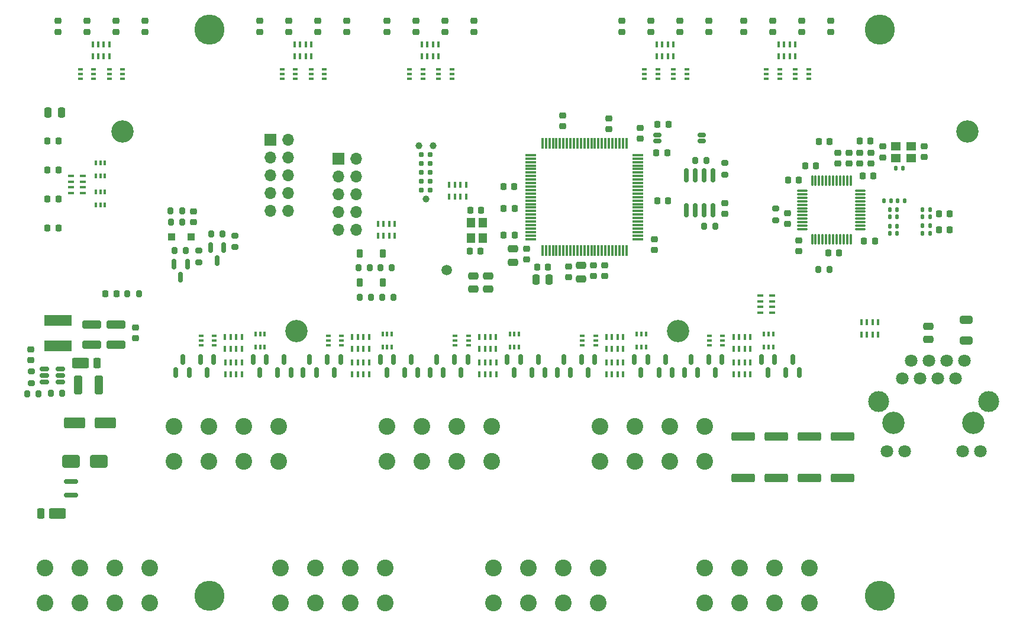
<source format=gbr>
%TF.GenerationSoftware,KiCad,Pcbnew,7.0.8*%
%TF.CreationDate,2023-12-19T12:05:06+02:00*%
%TF.ProjectId,serial_io_expander,73657269-616c-45f6-996f-5f657870616e,rev?*%
%TF.SameCoordinates,Original*%
%TF.FileFunction,Soldermask,Top*%
%TF.FilePolarity,Negative*%
%FSLAX46Y46*%
G04 Gerber Fmt 4.6, Leading zero omitted, Abs format (unit mm)*
G04 Created by KiCad (PCBNEW 7.0.8) date 2023-12-19 12:05:06*
%MOMM*%
%LPD*%
G01*
G04 APERTURE LIST*
G04 Aperture macros list*
%AMRoundRect*
0 Rectangle with rounded corners*
0 $1 Rounding radius*
0 $2 $3 $4 $5 $6 $7 $8 $9 X,Y pos of 4 corners*
0 Add a 4 corners polygon primitive as box body*
4,1,4,$2,$3,$4,$5,$6,$7,$8,$9,$2,$3,0*
0 Add four circle primitives for the rounded corners*
1,1,$1+$1,$2,$3*
1,1,$1+$1,$4,$5*
1,1,$1+$1,$6,$7*
1,1,$1+$1,$8,$9*
0 Add four rect primitives between the rounded corners*
20,1,$1+$1,$2,$3,$4,$5,0*
20,1,$1+$1,$4,$5,$6,$7,0*
20,1,$1+$1,$6,$7,$8,$9,0*
20,1,$1+$1,$8,$9,$2,$3,0*%
G04 Aperture macros list end*
%ADD10C,3.200000*%
%ADD11RoundRect,0.200000X-0.275000X0.200000X-0.275000X-0.200000X0.275000X-0.200000X0.275000X0.200000X0*%
%ADD12R,1.400000X1.200000*%
%ADD13C,2.400000*%
%ADD14RoundRect,0.218750X0.256250X-0.218750X0.256250X0.218750X-0.256250X0.218750X-0.256250X-0.218750X0*%
%ADD15RoundRect,0.135000X-0.135000X-0.185000X0.135000X-0.185000X0.135000X0.185000X-0.135000X0.185000X0*%
%ADD16RoundRect,0.225000X0.225000X0.250000X-0.225000X0.250000X-0.225000X-0.250000X0.225000X-0.250000X0*%
%ADD17RoundRect,0.150000X0.150000X-0.587500X0.150000X0.587500X-0.150000X0.587500X-0.150000X-0.587500X0*%
%ADD18R,0.400000X0.900000*%
%ADD19R,0.400000X0.650000*%
%ADD20R,0.650000X0.400000*%
%ADD21RoundRect,0.150000X-0.150000X0.825000X-0.150000X-0.825000X0.150000X-0.825000X0.150000X0.825000X0*%
%ADD22RoundRect,0.225000X0.250000X-0.225000X0.250000X0.225000X-0.250000X0.225000X-0.250000X-0.225000X0*%
%ADD23RoundRect,0.225000X-0.225000X-0.250000X0.225000X-0.250000X0.225000X0.250000X-0.225000X0.250000X0*%
%ADD24RoundRect,0.150000X0.850000X0.150000X-0.850000X0.150000X-0.850000X-0.150000X0.850000X-0.150000X0*%
%ADD25RoundRect,0.218750X0.218750X0.256250X-0.218750X0.256250X-0.218750X-0.256250X0.218750X-0.256250X0*%
%ADD26RoundRect,0.200000X-0.200000X-0.275000X0.200000X-0.275000X0.200000X0.275000X-0.200000X0.275000X0*%
%ADD27RoundRect,0.250000X0.650000X-0.325000X0.650000X0.325000X-0.650000X0.325000X-0.650000X-0.325000X0*%
%ADD28C,1.800000*%
%ADD29C,3.000000*%
%ADD30RoundRect,0.135000X0.135000X0.185000X-0.135000X0.185000X-0.135000X-0.185000X0.135000X-0.185000X0*%
%ADD31RoundRect,0.225000X-0.225000X-0.375000X0.225000X-0.375000X0.225000X0.375000X-0.225000X0.375000X0*%
%ADD32RoundRect,0.200000X0.200000X0.275000X-0.200000X0.275000X-0.200000X-0.275000X0.200000X-0.275000X0*%
%ADD33RoundRect,0.250000X-0.475000X0.250000X-0.475000X-0.250000X0.475000X-0.250000X0.475000X0.250000X0*%
%ADD34RoundRect,0.225000X-0.250000X0.225000X-0.250000X-0.225000X0.250000X-0.225000X0.250000X0.225000X0*%
%ADD35R,1.700000X1.700000*%
%ADD36O,1.700000X1.700000*%
%ADD37RoundRect,0.150000X-0.150000X0.587500X-0.150000X-0.587500X0.150000X-0.587500X0.150000X0.587500X0*%
%ADD38RoundRect,0.250000X-0.950000X-0.500000X0.950000X-0.500000X0.950000X0.500000X-0.950000X0.500000X0*%
%ADD39RoundRect,0.250000X-0.275000X-0.500000X0.275000X-0.500000X0.275000X0.500000X-0.275000X0.500000X0*%
%ADD40RoundRect,0.250000X0.950000X0.500000X-0.950000X0.500000X-0.950000X-0.500000X0.950000X-0.500000X0*%
%ADD41RoundRect,0.250000X0.275000X0.500000X-0.275000X0.500000X-0.275000X-0.500000X0.275000X-0.500000X0*%
%ADD42RoundRect,0.200000X0.275000X-0.200000X0.275000X0.200000X-0.275000X0.200000X-0.275000X-0.200000X0*%
%ADD43RoundRect,0.250000X-1.100000X0.325000X-1.100000X-0.325000X1.100000X-0.325000X1.100000X0.325000X0*%
%ADD44C,4.300000*%
%ADD45RoundRect,0.250000X1.425000X-0.362500X1.425000X0.362500X-1.425000X0.362500X-1.425000X-0.362500X0*%
%ADD46RoundRect,0.250000X-0.300000X-0.300000X0.300000X-0.300000X0.300000X0.300000X-0.300000X0.300000X0*%
%ADD47RoundRect,0.250000X0.475000X-0.250000X0.475000X0.250000X-0.475000X0.250000X-0.475000X-0.250000X0*%
%ADD48RoundRect,0.250000X-1.000000X-0.650000X1.000000X-0.650000X1.000000X0.650000X-1.000000X0.650000X0*%
%ADD49RoundRect,0.250000X-1.250000X-0.550000X1.250000X-0.550000X1.250000X0.550000X-1.250000X0.550000X0*%
%ADD50R,1.200000X1.400000*%
%ADD51C,1.500000*%
%ADD52RoundRect,0.250000X-0.325000X-1.100000X0.325000X-1.100000X0.325000X1.100000X-0.325000X1.100000X0*%
%ADD53RoundRect,0.218750X-0.218750X-0.256250X0.218750X-0.256250X0.218750X0.256250X-0.218750X0.256250X0*%
%ADD54RoundRect,0.075000X0.075000X-0.725000X0.075000X0.725000X-0.075000X0.725000X-0.075000X-0.725000X0*%
%ADD55RoundRect,0.075000X0.725000X-0.075000X0.725000X0.075000X-0.725000X0.075000X-0.725000X-0.075000X0*%
%ADD56RoundRect,0.250000X-0.250000X-0.475000X0.250000X-0.475000X0.250000X0.475000X-0.250000X0.475000X0*%
%ADD57R,4.000000X1.500000*%
%ADD58C,0.990600*%
%ADD59C,0.787400*%
%ADD60RoundRect,0.150000X-0.450000X-0.150000X0.450000X-0.150000X0.450000X0.150000X-0.450000X0.150000X0*%
%ADD61R,0.900000X0.400000*%
%ADD62RoundRect,0.075000X0.662500X0.075000X-0.662500X0.075000X-0.662500X-0.075000X0.662500X-0.075000X0*%
%ADD63RoundRect,0.075000X0.075000X0.662500X-0.075000X0.662500X-0.075000X-0.662500X0.075000X-0.662500X0*%
%ADD64RoundRect,0.150000X-0.512500X-0.150000X0.512500X-0.150000X0.512500X0.150000X-0.512500X0.150000X0*%
G04 APERTURE END LIST*
D10*
%TO.C,H7*%
X99875000Y-97050000D03*
%TD*%
%TO.C,H6*%
X195875000Y-68500000D03*
%TD*%
%TO.C,H5*%
X75000000Y-68500000D03*
%TD*%
%TO.C,H8*%
X154500000Y-97050000D03*
%TD*%
D11*
%TO.C,R5*%
X161190000Y-72975000D03*
X161190000Y-74625000D03*
%TD*%
D12*
%TO.C,Y3*%
X187876250Y-70558750D03*
X185676250Y-70558750D03*
X185676250Y-72258750D03*
X187876250Y-72258750D03*
%TD*%
D13*
%TO.C,J12*%
X143330000Y-110600000D03*
X143330000Y-115600000D03*
X148330000Y-110600000D03*
X148330000Y-115600000D03*
X153330000Y-110600000D03*
X153330000Y-115600000D03*
X158330000Y-110600000D03*
X158330000Y-115600000D03*
%TD*%
D14*
%TO.C,D33*%
X102905000Y-54260000D03*
X102905000Y-52685000D03*
%TD*%
D15*
%TO.C,R79*%
X185641250Y-73758750D03*
X186661250Y-73758750D03*
%TD*%
D16*
%TO.C,C16*%
X131105000Y-79490000D03*
X129555000Y-79490000D03*
%TD*%
D17*
%TO.C,D11*%
X155392500Y-102972500D03*
X157292500Y-102972500D03*
X156342500Y-101097500D03*
%TD*%
D18*
%TO.C,RN11*%
X107880001Y-103222500D03*
X108680001Y-103222500D03*
X109480001Y-103222500D03*
X110280001Y-103222500D03*
X110280001Y-101522500D03*
X109480001Y-101522500D03*
X108680001Y-101522500D03*
X107880001Y-101522500D03*
%TD*%
D19*
%TO.C,U27*%
X166792500Y-99322500D03*
X167442500Y-99322500D03*
X168092500Y-99322500D03*
X168092500Y-97422500D03*
X167442500Y-97422500D03*
X166792500Y-97422500D03*
%TD*%
D20*
%TO.C,U9*%
X68980000Y-59610000D03*
X68980000Y-60260000D03*
X68980000Y-60910000D03*
X70880000Y-60910000D03*
X70880000Y-60260000D03*
X70880000Y-59610000D03*
%TD*%
D21*
%TO.C,U3*%
X159460000Y-74775000D03*
X158190000Y-74775000D03*
X156920000Y-74775000D03*
X155650000Y-74775000D03*
X155650000Y-79725000D03*
X156920000Y-79725000D03*
X158190000Y-79725000D03*
X159460000Y-79725000D03*
%TD*%
D18*
%TO.C,RN17*%
X144255001Y-103222500D03*
X145055001Y-103222500D03*
X145855001Y-103222500D03*
X146655001Y-103222500D03*
X146655001Y-101522500D03*
X145855001Y-101522500D03*
X145055001Y-101522500D03*
X144255001Y-101522500D03*
%TD*%
%TO.C,RN18*%
X146645000Y-97872500D03*
X145845000Y-97872500D03*
X145045000Y-97872500D03*
X144245000Y-97872500D03*
X144245000Y-99572500D03*
X145045000Y-99572500D03*
X145845000Y-99572500D03*
X146645000Y-99572500D03*
%TD*%
D22*
%TO.C,C8*%
X61860000Y-101195000D03*
X61860000Y-99645000D03*
%TD*%
D14*
%TO.C,D34*%
X98755000Y-54260000D03*
X98755000Y-52685000D03*
%TD*%
D23*
%TO.C,C2*%
X151400000Y-71500000D03*
X152950000Y-71500000D03*
%TD*%
D24*
%TO.C,L5*%
X67600000Y-120450000D03*
X67600000Y-118550000D03*
%TD*%
D25*
%TO.C,D49*%
X65830000Y-78110002D03*
X64255000Y-78110002D03*
%TD*%
D26*
%TO.C,R75*%
X111875000Y-87925000D03*
X113525000Y-87925000D03*
%TD*%
D27*
%TO.C,C47*%
X195750000Y-98355000D03*
X195750000Y-95405000D03*
%TD*%
D20*
%TO.C,U7*%
X120230001Y-59610000D03*
X120230001Y-60260000D03*
X120230001Y-60910000D03*
X122130001Y-60910000D03*
X122130001Y-60260000D03*
X122130001Y-59610000D03*
%TD*%
D17*
%TO.C,D12*%
X137205000Y-102972500D03*
X139105000Y-102972500D03*
X138155000Y-101097500D03*
%TD*%
D18*
%TO.C,RN6*%
X171280000Y-56060000D03*
X170480000Y-56060000D03*
X169680000Y-56060000D03*
X168880000Y-56060000D03*
X168880000Y-57760000D03*
X169680000Y-57760000D03*
X170480000Y-57760000D03*
X171280000Y-57760000D03*
%TD*%
D17*
%TO.C,D7*%
X151755000Y-102972499D03*
X153655000Y-102972499D03*
X152705000Y-101097499D03*
%TD*%
D10*
%TO.C,J5*%
X185360000Y-110100000D03*
X196790000Y-110100000D03*
D28*
X186630000Y-103750000D03*
X187900000Y-101210000D03*
X189170000Y-103750000D03*
X190440000Y-101210000D03*
X191710000Y-103750000D03*
X192980000Y-101210000D03*
X194250000Y-103750000D03*
D29*
X183225000Y-107050000D03*
D28*
X195520000Y-101210000D03*
D29*
X198925000Y-107050000D03*
D28*
X184400000Y-114160000D03*
X186940000Y-114160000D03*
X195210000Y-114160000D03*
X197750000Y-114160000D03*
%TD*%
D30*
%TO.C,R83*%
X185831250Y-81983750D03*
X184811250Y-81983750D03*
%TD*%
D14*
%TO.C,D24*%
X78180000Y-54260000D03*
X78180000Y-52685000D03*
%TD*%
D30*
%TO.C,R89*%
X190530000Y-79610000D03*
X189510000Y-79610000D03*
%TD*%
D22*
%TO.C,C19*%
X149100000Y-69525000D03*
X149100000Y-67975000D03*
%TD*%
D16*
%TO.C,C37*%
X177526250Y-85808750D03*
X175976250Y-85808750D03*
%TD*%
D31*
%TO.C,D44*%
X108952500Y-90035000D03*
X112252500Y-90035000D03*
%TD*%
D30*
%TO.C,R87*%
X190530000Y-81970000D03*
X189510000Y-81970000D03*
%TD*%
D19*
%TO.C,U21*%
X130417500Y-99322500D03*
X131067500Y-99322500D03*
X131717500Y-99322500D03*
X131717500Y-97422500D03*
X131067500Y-97422500D03*
X130417500Y-97422500D03*
%TD*%
D32*
%TO.C,R6*%
X159865000Y-82000000D03*
X158215000Y-82000000D03*
%TD*%
D13*
%TO.C,J11*%
X82370000Y-110600000D03*
X82370000Y-115600000D03*
X87370000Y-110600000D03*
X87370000Y-115600000D03*
X92370000Y-110600000D03*
X92370000Y-115600000D03*
X97370000Y-110600000D03*
X97370000Y-115600000D03*
%TD*%
D33*
%TO.C,C18*%
X125245000Y-89100000D03*
X125245000Y-91000000D03*
%TD*%
D34*
%TO.C,C38*%
X170130000Y-80135000D03*
X170130000Y-81685000D03*
%TD*%
D35*
%TO.C,J14*%
X105940000Y-72400000D03*
D36*
X108480000Y-72400000D03*
X105940000Y-74940000D03*
X108480000Y-74940000D03*
X105940000Y-77480000D03*
X108480000Y-77480000D03*
X105940000Y-80020000D03*
X108480000Y-80020000D03*
X105940000Y-82560000D03*
X108480000Y-82560000D03*
%TD*%
D17*
%TO.C,D9*%
X100830000Y-102972500D03*
X102730000Y-102972500D03*
X101780000Y-101097500D03*
%TD*%
D30*
%TO.C,R90*%
X190530000Y-80640000D03*
X189510000Y-80640000D03*
%TD*%
D37*
%TO.C,D23*%
X95592501Y-101097500D03*
X93692501Y-101097500D03*
X94642501Y-102972500D03*
%TD*%
D18*
%TO.C,RN9*%
X92082500Y-97872500D03*
X91282500Y-97872500D03*
X90482500Y-97872500D03*
X89682500Y-97872500D03*
X89682500Y-99572500D03*
X90482500Y-99572500D03*
X91282500Y-99572500D03*
X92082500Y-99572500D03*
%TD*%
D26*
%TO.C,R74*%
X112150000Y-92175000D03*
X113800000Y-92175000D03*
%TD*%
D37*
%TO.C,D22*%
X150155001Y-101097500D03*
X148255001Y-101097500D03*
X149205001Y-102972500D03*
%TD*%
D38*
%TO.C,D1*%
X65650000Y-123100000D03*
D39*
X63275000Y-123100000D03*
%TD*%
D18*
%TO.C,RN16*%
X164832500Y-97872500D03*
X164032500Y-97872500D03*
X163232500Y-97872500D03*
X162432500Y-97872500D03*
X162432500Y-99572500D03*
X163232500Y-99572500D03*
X164032500Y-99572500D03*
X164832500Y-99572500D03*
%TD*%
D33*
%TO.C,C28*%
X130900000Y-85250000D03*
X130900000Y-87150000D03*
%TD*%
D40*
%TO.C,D46*%
X69010000Y-101620000D03*
D41*
X71385000Y-101620000D03*
%TD*%
D19*
%TO.C,U15*%
X112230000Y-99322500D03*
X112880000Y-99322500D03*
X113530000Y-99322500D03*
X113530000Y-97422500D03*
X112880000Y-97422500D03*
X112230000Y-97422500D03*
%TD*%
D42*
%TO.C,R4*%
X168510000Y-81145000D03*
X168510000Y-79495000D03*
%TD*%
D37*
%TO.C,D14*%
X106230000Y-101097500D03*
X104330000Y-101097500D03*
X105280000Y-102972500D03*
%TD*%
D14*
%TO.C,D28*%
X125280000Y-54260000D03*
X125280000Y-52685000D03*
%TD*%
D18*
%TO.C,RN2*%
X124175000Y-76075000D03*
X123375000Y-76075000D03*
X122575000Y-76075000D03*
X121775000Y-76075000D03*
X121775000Y-77775000D03*
X122575000Y-77775000D03*
X123375000Y-77775000D03*
X124175000Y-77775000D03*
%TD*%
D13*
%TO.C,J9*%
X97610000Y-130840000D03*
X97610000Y-135840000D03*
X102610000Y-130840000D03*
X102610000Y-135840000D03*
X107610000Y-130840000D03*
X107610000Y-135840000D03*
X112610000Y-130840000D03*
X112610000Y-135840000D03*
%TD*%
D26*
%TO.C,R3*%
X75712500Y-91700000D03*
X77362500Y-91700000D03*
%TD*%
%TO.C,R1*%
X81930000Y-81410000D03*
X83580000Y-81410000D03*
%TD*%
D43*
%TO.C,C9*%
X74060000Y-96045000D03*
X74060000Y-98995000D03*
%TD*%
D34*
%TO.C,C11*%
X76900000Y-96495000D03*
X76900000Y-98045000D03*
%TD*%
D13*
%TO.C,J8*%
X128090000Y-130840000D03*
X128090000Y-135840000D03*
X133090000Y-130840000D03*
X133090000Y-135840000D03*
X138090000Y-130840000D03*
X138090000Y-135840000D03*
X143090000Y-130840000D03*
X143090000Y-135840000D03*
%TD*%
D25*
%TO.C,L4*%
X176197500Y-69880000D03*
X174622500Y-69880000D03*
%TD*%
D30*
%TO.C,R82*%
X186941250Y-78353750D03*
X185921250Y-78353750D03*
%TD*%
D20*
%TO.C,U18*%
X167130000Y-59610000D03*
X167130000Y-60260000D03*
X167130000Y-60910000D03*
X169030000Y-60910000D03*
X169030000Y-60260000D03*
X169030000Y-59610000D03*
%TD*%
D14*
%TO.C,D29*%
X121130000Y-54260000D03*
X121130000Y-52685000D03*
%TD*%
D19*
%TO.C,U33*%
X148605000Y-99322500D03*
X149255000Y-99322500D03*
X149905000Y-99322500D03*
X149905000Y-97422500D03*
X149255000Y-97422500D03*
X148605000Y-97422500D03*
%TD*%
D18*
%TO.C,RN14*%
X128457500Y-97872500D03*
X127657500Y-97872500D03*
X126857500Y-97872500D03*
X126057500Y-97872500D03*
X126057500Y-99572500D03*
X126857500Y-99572500D03*
X127657500Y-99572500D03*
X128457500Y-99572500D03*
%TD*%
D17*
%TO.C,D10*%
X119017500Y-102972500D03*
X120917500Y-102972500D03*
X119967500Y-101097500D03*
%TD*%
D44*
%TO.C,H4*%
X183330000Y-53922400D03*
%TD*%
D25*
%TO.C,D47*%
X65830000Y-69810002D03*
X64255000Y-69810002D03*
%TD*%
D45*
%TO.C,R8*%
X163800000Y-118000000D03*
X163800000Y-112075000D03*
%TD*%
D20*
%TO.C,U28*%
X158992500Y-97722500D03*
X158992500Y-98372500D03*
X158992500Y-99022500D03*
X160892500Y-99022500D03*
X160892500Y-98372500D03*
X160892500Y-97722500D03*
%TD*%
D14*
%TO.C,D35*%
X94605000Y-54260000D03*
X94605000Y-52685000D03*
%TD*%
D13*
%TO.C,J1*%
X63880000Y-130840000D03*
X63880000Y-135840000D03*
X68880000Y-130840000D03*
X68880000Y-135840000D03*
X73880000Y-130840000D03*
X73880000Y-135840000D03*
X78880000Y-130840000D03*
X78880000Y-135840000D03*
%TD*%
D22*
%TO.C,C35*%
X180501250Y-73058750D03*
X180501250Y-71508750D03*
%TD*%
D30*
%TO.C,R84*%
X185841250Y-83023750D03*
X184821250Y-83023750D03*
%TD*%
D19*
%TO.C,U19*%
X71180000Y-74860000D03*
X71830000Y-74860000D03*
X72480000Y-74860000D03*
X72480000Y-72960000D03*
X71830000Y-72960000D03*
X71180000Y-72960000D03*
%TD*%
D46*
%TO.C,D5*%
X82030000Y-83510000D03*
X84830000Y-83510000D03*
%TD*%
D14*
%TO.C,D30*%
X116980000Y-54260000D03*
X116980000Y-52685000D03*
%TD*%
%TO.C,D43*%
X163880000Y-54260000D03*
X163880000Y-52685000D03*
%TD*%
D47*
%TO.C,C46*%
X190340000Y-98210000D03*
X190340000Y-96310000D03*
%TD*%
D18*
%TO.C,RN12*%
X110270000Y-97872500D03*
X109470000Y-97872500D03*
X108670000Y-97872500D03*
X107870000Y-97872500D03*
X107870000Y-99572500D03*
X108670000Y-99572500D03*
X109470000Y-99572500D03*
X110270000Y-99572500D03*
%TD*%
D30*
%TO.C,R81*%
X184991250Y-78353750D03*
X183971250Y-78353750D03*
%TD*%
D48*
%TO.C,D51*%
X67600000Y-115650000D03*
X71600000Y-115650000D03*
%TD*%
D49*
%TO.C,C6*%
X68150000Y-110120000D03*
X72550000Y-110120000D03*
%TD*%
D23*
%TO.C,C45*%
X191845000Y-80240000D03*
X193395000Y-80240000D03*
%TD*%
D31*
%TO.C,D45*%
X108925000Y-85925000D03*
X112225000Y-85925000D03*
%TD*%
D13*
%TO.C,J10*%
X112850000Y-110600000D03*
X112850000Y-115600000D03*
X117850000Y-110600000D03*
X117850000Y-115600000D03*
X122850000Y-110600000D03*
X122850000Y-115600000D03*
X127850000Y-110600000D03*
X127850000Y-115600000D03*
%TD*%
D23*
%TO.C,C40*%
X180881250Y-74828750D03*
X182431250Y-74828750D03*
%TD*%
D37*
%TO.C,Q2*%
X89480000Y-85035000D03*
X87580000Y-85035000D03*
X88530000Y-86910000D03*
%TD*%
%TO.C,D21*%
X168342501Y-101097500D03*
X166442501Y-101097500D03*
X167392501Y-102972500D03*
%TD*%
D18*
%TO.C,RN8*%
X180750000Y-97475000D03*
X181550000Y-97475000D03*
X182350000Y-97475000D03*
X183150000Y-97475000D03*
X183150000Y-95775000D03*
X182350000Y-95775000D03*
X181550000Y-95775000D03*
X180750000Y-95775000D03*
%TD*%
D33*
%TO.C,C14*%
X127325000Y-89100000D03*
X127325000Y-91000000D03*
%TD*%
D26*
%TO.C,R76*%
X64735000Y-105920000D03*
X66385000Y-105920000D03*
%TD*%
D23*
%TO.C,C3*%
X124775000Y-79700000D03*
X126325000Y-79700000D03*
%TD*%
D26*
%TO.C,R72*%
X108925000Y-92175000D03*
X110575000Y-92175000D03*
%TD*%
D50*
%TO.C,Y2*%
X124850000Y-81550000D03*
X124850000Y-83750000D03*
X126550000Y-83750000D03*
X126550000Y-81550000D03*
%TD*%
D16*
%TO.C,C5*%
X126225000Y-85575000D03*
X124675000Y-85575000D03*
%TD*%
D32*
%TO.C,R77*%
X63010000Y-105970000D03*
X61360000Y-105970000D03*
%TD*%
D16*
%TO.C,C34*%
X174225000Y-73420000D03*
X172675000Y-73420000D03*
%TD*%
D30*
%TO.C,R88*%
X190530000Y-83010000D03*
X189510000Y-83010000D03*
%TD*%
D14*
%TO.C,D42*%
X168030000Y-54260000D03*
X168030000Y-52685000D03*
%TD*%
%TO.C,D25*%
X74030000Y-54260000D03*
X74030000Y-52685000D03*
%TD*%
%TO.C,D26*%
X69880000Y-54260000D03*
X69880000Y-52685000D03*
%TD*%
D16*
%TO.C,C24*%
X131045000Y-76360000D03*
X129495000Y-76360000D03*
%TD*%
D22*
%TO.C,C39*%
X178931250Y-73058750D03*
X178931250Y-71508750D03*
%TD*%
D37*
%TO.C,D20*%
X131967501Y-101097500D03*
X130067501Y-101097500D03*
X131017501Y-102972500D03*
%TD*%
D51*
%TO.C,TP2*%
X121430000Y-88310000D03*
%TD*%
D32*
%TO.C,R2*%
X83530000Y-79810000D03*
X81880000Y-79810000D03*
%TD*%
D20*
%TO.C,U22*%
X122617500Y-97722500D03*
X122617500Y-98372500D03*
X122617500Y-99022500D03*
X124517500Y-99022500D03*
X124517500Y-98372500D03*
X124517500Y-97722500D03*
%TD*%
D37*
%TO.C,Q3*%
X84280000Y-87435000D03*
X82380000Y-87435000D03*
X83330000Y-89310000D03*
%TD*%
D30*
%TO.C,R85*%
X185811250Y-79623750D03*
X184791250Y-79623750D03*
%TD*%
D20*
%TO.C,U11*%
X102005001Y-59610000D03*
X102005001Y-60260000D03*
X102005001Y-60910000D03*
X103905001Y-60910000D03*
X103905001Y-60260000D03*
X103905001Y-59610000D03*
%TD*%
D23*
%TO.C,C44*%
X191845000Y-82540000D03*
X193395000Y-82540000D03*
%TD*%
D52*
%TO.C,C7*%
X68685000Y-104720000D03*
X71635000Y-104720000D03*
%TD*%
D22*
%TO.C,C27*%
X144600000Y-68175000D03*
X144600000Y-66625000D03*
%TD*%
%TO.C,C41*%
X177361250Y-73058750D03*
X177361250Y-71508750D03*
%TD*%
D20*
%TO.C,U17*%
X171280001Y-59610000D03*
X171280001Y-60260000D03*
X171280001Y-60910000D03*
X173180001Y-60910000D03*
X173180001Y-60260000D03*
X173180001Y-59610000D03*
%TD*%
D53*
%TO.C,D2*%
X72550000Y-91700000D03*
X74125000Y-91700000D03*
%TD*%
D14*
%TO.C,D41*%
X172180000Y-54260000D03*
X172180000Y-52685000D03*
%TD*%
D33*
%TO.C,C26*%
X140630000Y-87620000D03*
X140630000Y-89520000D03*
%TD*%
D18*
%TO.C,RN3*%
X120230000Y-56060000D03*
X119430000Y-56060000D03*
X118630000Y-56060000D03*
X117830000Y-56060000D03*
X117830000Y-57760000D03*
X118630000Y-57760000D03*
X119430000Y-57760000D03*
X120230000Y-57760000D03*
%TD*%
D14*
%TO.C,D40*%
X176330000Y-54260000D03*
X176330000Y-52685000D03*
%TD*%
D17*
%TO.C,D4*%
X133567500Y-102972499D03*
X135467500Y-102972499D03*
X134517500Y-101097499D03*
%TD*%
D37*
%TO.C,D15*%
X124417500Y-101097500D03*
X122517500Y-101097500D03*
X123467500Y-102972500D03*
%TD*%
D20*
%TO.C,U12*%
X97855000Y-59610000D03*
X97855000Y-60260000D03*
X97855000Y-60910000D03*
X99755000Y-60910000D03*
X99755000Y-60260000D03*
X99755000Y-59610000D03*
%TD*%
D18*
%TO.C,RN15*%
X162442501Y-103222500D03*
X163242501Y-103222500D03*
X164042501Y-103222500D03*
X164842501Y-103222500D03*
X164842501Y-101522500D03*
X164042501Y-101522500D03*
X163242501Y-101522500D03*
X162442501Y-101522500D03*
%TD*%
D16*
%TO.C,C32*%
X182026250Y-69858750D03*
X180476250Y-69858750D03*
%TD*%
D20*
%TO.C,U13*%
X153830001Y-59610000D03*
X153830001Y-60260000D03*
X153830001Y-60910000D03*
X155730001Y-60910000D03*
X155730001Y-60260000D03*
X155730001Y-59610000D03*
%TD*%
D19*
%TO.C,U20*%
X71180000Y-79010002D03*
X71830000Y-79010002D03*
X72480000Y-79010002D03*
X72480000Y-77110002D03*
X71830000Y-77110002D03*
X71180000Y-77110002D03*
%TD*%
D37*
%TO.C,D18*%
X88042500Y-101097500D03*
X86142500Y-101097500D03*
X87092500Y-102972500D03*
%TD*%
D34*
%TO.C,C25*%
X132800000Y-85225000D03*
X132800000Y-86775000D03*
%TD*%
D14*
%TO.C,L2*%
X144030000Y-89157500D03*
X144030000Y-87582500D03*
%TD*%
D22*
%TO.C,C1*%
X85140000Y-81420000D03*
X85140000Y-79870000D03*
%TD*%
D54*
%TO.C,U1*%
X135100000Y-85525000D03*
X135600000Y-85525000D03*
X136100000Y-85525000D03*
X136600000Y-85525000D03*
X137100000Y-85525000D03*
X137600000Y-85525000D03*
X138100000Y-85525000D03*
X138600000Y-85525000D03*
X139100000Y-85525000D03*
X139600000Y-85525000D03*
X140100000Y-85525000D03*
X140600000Y-85525000D03*
X141100000Y-85525000D03*
X141600000Y-85525000D03*
X142100000Y-85525000D03*
X142600000Y-85525000D03*
X143100000Y-85525000D03*
X143600000Y-85525000D03*
X144100000Y-85525000D03*
X144600000Y-85525000D03*
X145100000Y-85525000D03*
X145600000Y-85525000D03*
X146100000Y-85525000D03*
X146600000Y-85525000D03*
X147100000Y-85525000D03*
D55*
X148775000Y-83850000D03*
X148775000Y-83350000D03*
X148775000Y-82850000D03*
X148775000Y-82350000D03*
X148775000Y-81850000D03*
X148775000Y-81350000D03*
X148775000Y-80850000D03*
X148775000Y-80350000D03*
X148775000Y-79850000D03*
X148775000Y-79350000D03*
X148775000Y-78850000D03*
X148775000Y-78350000D03*
X148775000Y-77850000D03*
X148775000Y-77350000D03*
X148775000Y-76850000D03*
X148775000Y-76350000D03*
X148775000Y-75850000D03*
X148775000Y-75350000D03*
X148775000Y-74850000D03*
X148775000Y-74350000D03*
X148775000Y-73850000D03*
X148775000Y-73350000D03*
X148775000Y-72850000D03*
X148775000Y-72350000D03*
X148775000Y-71850000D03*
D54*
X147100000Y-70175000D03*
X146600000Y-70175000D03*
X146100000Y-70175000D03*
X145600000Y-70175000D03*
X145100000Y-70175000D03*
X144600000Y-70175000D03*
X144100000Y-70175000D03*
X143600000Y-70175000D03*
X143100000Y-70175000D03*
X142600000Y-70175000D03*
X142100000Y-70175000D03*
X141600000Y-70175000D03*
X141100000Y-70175000D03*
X140600000Y-70175000D03*
X140100000Y-70175000D03*
X139600000Y-70175000D03*
X139100000Y-70175000D03*
X138600000Y-70175000D03*
X138100000Y-70175000D03*
X137600000Y-70175000D03*
X137100000Y-70175000D03*
X136600000Y-70175000D03*
X136100000Y-70175000D03*
X135600000Y-70175000D03*
X135100000Y-70175000D03*
D55*
X133425000Y-71850000D03*
X133425000Y-72350000D03*
X133425000Y-72850000D03*
X133425000Y-73350000D03*
X133425000Y-73850000D03*
X133425000Y-74350000D03*
X133425000Y-74850000D03*
X133425000Y-75350000D03*
X133425000Y-75850000D03*
X133425000Y-76350000D03*
X133425000Y-76850000D03*
X133425000Y-77350000D03*
X133425000Y-77850000D03*
X133425000Y-78350000D03*
X133425000Y-78850000D03*
X133425000Y-79350000D03*
X133425000Y-79850000D03*
X133425000Y-80350000D03*
X133425000Y-80850000D03*
X133425000Y-81350000D03*
X133425000Y-81850000D03*
X133425000Y-82350000D03*
X133425000Y-82850000D03*
X133425000Y-83350000D03*
X133425000Y-83850000D03*
%TD*%
D20*
%TO.C,U34*%
X140805000Y-97722500D03*
X140805000Y-98372500D03*
X140805000Y-99022500D03*
X142705000Y-99022500D03*
X142705000Y-98372500D03*
X142705000Y-97722500D03*
%TD*%
D56*
%TO.C,C13*%
X64340000Y-65755000D03*
X66240000Y-65755000D03*
%TD*%
D20*
%TO.C,U6*%
X86242500Y-97722500D03*
X86242500Y-98372500D03*
X86242500Y-99022500D03*
X88142500Y-99022500D03*
X88142500Y-98372500D03*
X88142500Y-97722500D03*
%TD*%
D22*
%TO.C,C17*%
X137975000Y-67725000D03*
X137975000Y-66175000D03*
%TD*%
D35*
%TO.C,J6*%
X96140000Y-69630000D03*
D36*
X98680000Y-69630000D03*
X96140000Y-72170000D03*
X98680000Y-72170000D03*
X96140000Y-74710000D03*
X98680000Y-74710000D03*
X96140000Y-77250000D03*
X98680000Y-77250000D03*
X96140000Y-79790000D03*
X98680000Y-79790000D03*
%TD*%
D16*
%TO.C,C15*%
X131100000Y-83275000D03*
X129550000Y-83275000D03*
%TD*%
D14*
%TO.C,D31*%
X112830000Y-54260000D03*
X112830000Y-52685000D03*
%TD*%
D26*
%TO.C,R12*%
X87680000Y-83135000D03*
X89330000Y-83135000D03*
%TD*%
D20*
%TO.C,U16*%
X104430000Y-97722500D03*
X104430000Y-98372500D03*
X104430000Y-99022500D03*
X106330000Y-99022500D03*
X106330000Y-98372500D03*
X106330000Y-97722500D03*
%TD*%
D16*
%TO.C,C43*%
X171766250Y-75423750D03*
X170216250Y-75423750D03*
%TD*%
D34*
%TO.C,C30*%
X142430000Y-87585000D03*
X142430000Y-89135000D03*
%TD*%
D42*
%TO.C,R11*%
X91090000Y-85020000D03*
X91090000Y-83370000D03*
%TD*%
D19*
%TO.C,U5*%
X94042500Y-99322500D03*
X94692500Y-99322500D03*
X95342500Y-99322500D03*
X95342500Y-97422500D03*
X94692500Y-97422500D03*
X94042500Y-97422500D03*
%TD*%
D32*
%TO.C,R7*%
X158590000Y-72600000D03*
X156940000Y-72600000D03*
%TD*%
D45*
%TO.C,R10*%
X173266666Y-118000000D03*
X173266666Y-112075000D03*
%TD*%
D17*
%TO.C,D8*%
X97192500Y-102972499D03*
X99092500Y-102972499D03*
X98142500Y-101097499D03*
%TD*%
D57*
%TO.C,L1*%
X65760000Y-99120000D03*
X65760000Y-95520000D03*
%TD*%
D14*
%TO.C,D36*%
X158880000Y-54260000D03*
X158880000Y-52685000D03*
%TD*%
D13*
%TO.C,J13*%
X158330000Y-130840000D03*
X158330000Y-135840000D03*
X163330000Y-130840000D03*
X163330000Y-135840000D03*
X168330000Y-130840000D03*
X168330000Y-135840000D03*
X173330000Y-130840000D03*
X173330000Y-135840000D03*
%TD*%
D30*
%TO.C,R86*%
X185811250Y-80653750D03*
X184791250Y-80653750D03*
%TD*%
D58*
%TO.C,J7*%
X118410000Y-78110000D03*
X117394000Y-70490000D03*
X119426000Y-70490000D03*
D59*
X119045000Y-76840000D03*
X119045000Y-75570000D03*
X119045000Y-74300000D03*
X119045000Y-73030000D03*
X119045000Y-71760000D03*
X117775000Y-71760000D03*
X117775000Y-73030000D03*
X117775000Y-74300000D03*
X117775000Y-75570000D03*
X117775000Y-76840000D03*
%TD*%
D43*
%TO.C,C10*%
X70560000Y-96045000D03*
X70560000Y-98995000D03*
%TD*%
D14*
%TO.C,D37*%
X154730000Y-54260000D03*
X154730000Y-52685000D03*
%TD*%
D60*
%TO.C,Y1*%
X151550000Y-69850000D03*
X157850000Y-69850000D03*
X157850000Y-68950000D03*
X151550000Y-68950000D03*
%TD*%
D25*
%TO.C,D48*%
X65830000Y-73960002D03*
X64255000Y-73960002D03*
%TD*%
D18*
%TO.C,RN5*%
X153830000Y-56060000D03*
X153030000Y-56060000D03*
X152230000Y-56060000D03*
X151430000Y-56060000D03*
X151430000Y-57760000D03*
X152230000Y-57760000D03*
X153030000Y-57760000D03*
X153830000Y-57760000D03*
%TD*%
D37*
%TO.C,D16*%
X160792500Y-101097500D03*
X158892500Y-101097500D03*
X159842500Y-102972500D03*
%TD*%
D20*
%TO.C,U8*%
X73130001Y-59610000D03*
X73130001Y-60260000D03*
X73130001Y-60910000D03*
X75030001Y-60910000D03*
X75030001Y-60260000D03*
X75030001Y-59610000D03*
%TD*%
D44*
%TO.C,H2*%
X183330000Y-134872400D03*
%TD*%
D17*
%TO.C,D3*%
X115380000Y-102972499D03*
X117280000Y-102972499D03*
X116330000Y-101097499D03*
%TD*%
D18*
%TO.C,RN4*%
X102005000Y-56060000D03*
X101205000Y-56060000D03*
X100405000Y-56060000D03*
X99605000Y-56060000D03*
X99605000Y-57760000D03*
X100405000Y-57760000D03*
X101205000Y-57760000D03*
X102005000Y-57760000D03*
%TD*%
D37*
%TO.C,D19*%
X113780001Y-101097500D03*
X111880001Y-101097500D03*
X112830001Y-102972500D03*
%TD*%
D14*
%TO.C,L3*%
X182101250Y-73083750D03*
X182101250Y-71508750D03*
%TD*%
D61*
%TO.C,RN7*%
X67630000Y-74860002D03*
X67630000Y-75660002D03*
X67630000Y-76460002D03*
X67630000Y-77260002D03*
X69330000Y-77260002D03*
X69330000Y-76460002D03*
X69330000Y-75660002D03*
X69330000Y-74860002D03*
%TD*%
D18*
%TO.C,RN10*%
X89692501Y-103222500D03*
X90492501Y-103222500D03*
X91292501Y-103222500D03*
X92092501Y-103222500D03*
X92092501Y-101522500D03*
X91292501Y-101522500D03*
X90492501Y-101522500D03*
X89692501Y-101522500D03*
%TD*%
D45*
%TO.C,R9*%
X168533333Y-118000000D03*
X168533333Y-112075000D03*
%TD*%
D20*
%TO.C,U14*%
X149680000Y-59610000D03*
X149680000Y-60260000D03*
X149680000Y-60910000D03*
X151580000Y-60910000D03*
X151580000Y-60260000D03*
X151580000Y-59610000D03*
%TD*%
D62*
%TO.C,U4*%
X180593750Y-82441250D03*
X180593750Y-81941250D03*
X180593750Y-81441250D03*
X180593750Y-80941250D03*
X180593750Y-80441250D03*
X180593750Y-79941250D03*
X180593750Y-79441250D03*
X180593750Y-78941250D03*
X180593750Y-78441250D03*
X180593750Y-77941250D03*
X180593750Y-77441250D03*
X180593750Y-76941250D03*
D63*
X179181250Y-75528750D03*
X178681250Y-75528750D03*
X178181250Y-75528750D03*
X177681250Y-75528750D03*
X177181250Y-75528750D03*
X176681250Y-75528750D03*
X176181250Y-75528750D03*
X175681250Y-75528750D03*
X175181250Y-75528750D03*
X174681250Y-75528750D03*
X174181250Y-75528750D03*
X173681250Y-75528750D03*
D62*
X172268750Y-76941250D03*
X172268750Y-77441250D03*
X172268750Y-77941250D03*
X172268750Y-78441250D03*
X172268750Y-78941250D03*
X172268750Y-79441250D03*
X172268750Y-79941250D03*
X172268750Y-80441250D03*
X172268750Y-80941250D03*
X172268750Y-81441250D03*
X172268750Y-81941250D03*
X172268750Y-82441250D03*
D63*
X173681250Y-83853750D03*
X174181250Y-83853750D03*
X174681250Y-83853750D03*
X175181250Y-83853750D03*
X175681250Y-83853750D03*
X176181250Y-83853750D03*
X176681250Y-83853750D03*
X177181250Y-83853750D03*
X177681250Y-83853750D03*
X178181250Y-83853750D03*
X178681250Y-83853750D03*
X179181250Y-83853750D03*
%TD*%
D32*
%TO.C,R80*%
X176215000Y-88190000D03*
X174565000Y-88190000D03*
%TD*%
D17*
%TO.C,D6*%
X169942500Y-102972499D03*
X171842500Y-102972499D03*
X170892500Y-101097499D03*
%TD*%
%TO.C,D13*%
X82642500Y-102972500D03*
X84542500Y-102972500D03*
X83592500Y-101097500D03*
%TD*%
D34*
%TO.C,C21*%
X138830000Y-87785000D03*
X138830000Y-89335000D03*
%TD*%
D22*
%TO.C,C36*%
X183776250Y-72183750D03*
X183776250Y-70633750D03*
%TD*%
D23*
%TO.C,C23*%
X134355000Y-87860000D03*
X135905000Y-87860000D03*
%TD*%
D56*
%TO.C,C20*%
X134180000Y-89660000D03*
X136080000Y-89660000D03*
%TD*%
D25*
%TO.C,D50*%
X65830000Y-82260002D03*
X64255000Y-82260002D03*
%TD*%
D14*
%TO.C,D32*%
X107055000Y-54260000D03*
X107055000Y-52685000D03*
%TD*%
D18*
%TO.C,RN19*%
X73130000Y-56060000D03*
X72330000Y-56060000D03*
X71530000Y-56060000D03*
X70730000Y-56060000D03*
X70730000Y-57760000D03*
X71530000Y-57760000D03*
X72330000Y-57760000D03*
X73130000Y-57760000D03*
%TD*%
D42*
%TO.C,R14*%
X85930000Y-87160000D03*
X85930000Y-85510000D03*
%TD*%
D11*
%TO.C,R78*%
X61960000Y-102770000D03*
X61960000Y-104420000D03*
%TD*%
D61*
%TO.C,RN20*%
X166250000Y-91950000D03*
X166250000Y-92750000D03*
X166250000Y-93550000D03*
X166250000Y-94350000D03*
X167950000Y-94350000D03*
X167950000Y-93550000D03*
X167950000Y-92750000D03*
X167950000Y-91950000D03*
%TD*%
D26*
%TO.C,R73*%
X108775000Y-87925000D03*
X110425000Y-87925000D03*
%TD*%
D23*
%TO.C,C4*%
X151565000Y-67500000D03*
X153115000Y-67500000D03*
%TD*%
D14*
%TO.C,D27*%
X65730000Y-54260000D03*
X65730000Y-52685000D03*
%TD*%
D23*
%TO.C,C29*%
X151525000Y-78350000D03*
X153075000Y-78350000D03*
%TD*%
D18*
%TO.C,RN13*%
X126067501Y-103222500D03*
X126867501Y-103222500D03*
X127667501Y-103222500D03*
X128467501Y-103222500D03*
X128467501Y-101522500D03*
X127667501Y-101522500D03*
X126867501Y-101522500D03*
X126067501Y-101522500D03*
%TD*%
D14*
%TO.C,D39*%
X146430000Y-54260000D03*
X146430000Y-52685000D03*
%TD*%
D34*
%TO.C,C42*%
X171801250Y-84058750D03*
X171801250Y-85608750D03*
%TD*%
D18*
%TO.C,RN1*%
X113950000Y-81675000D03*
X113150000Y-81675000D03*
X112350000Y-81675000D03*
X111550000Y-81675000D03*
X111550000Y-83375000D03*
X112350000Y-83375000D03*
X113150000Y-83375000D03*
X113950000Y-83375000D03*
%TD*%
D34*
%TO.C,C33*%
X189750000Y-70605000D03*
X189750000Y-72155000D03*
%TD*%
D22*
%TO.C,C12*%
X161180000Y-80250000D03*
X161180000Y-78700000D03*
%TD*%
D14*
%TO.C,D38*%
X150580000Y-54260000D03*
X150580000Y-52685000D03*
%TD*%
D44*
%TO.C,H3*%
X87430000Y-134872400D03*
%TD*%
D32*
%TO.C,R13*%
X84080000Y-85535000D03*
X82430000Y-85535000D03*
%TD*%
D23*
%TO.C,C31*%
X181106250Y-84178750D03*
X182656250Y-84178750D03*
%TD*%
D20*
%TO.C,U10*%
X116080000Y-59610000D03*
X116080000Y-60260000D03*
X116080000Y-60910000D03*
X117980000Y-60910000D03*
X117980000Y-60260000D03*
X117980000Y-59610000D03*
%TD*%
D37*
%TO.C,D17*%
X142605000Y-101097500D03*
X140705000Y-101097500D03*
X141655000Y-102972500D03*
%TD*%
D34*
%TO.C,C22*%
X151095000Y-83850000D03*
X151095000Y-85400000D03*
%TD*%
D45*
%TO.C,R15*%
X178000000Y-118000000D03*
X178000000Y-112075000D03*
%TD*%
D64*
%TO.C,U2*%
X63822500Y-102420000D03*
X63822500Y-103370000D03*
X63822500Y-104320000D03*
X66097500Y-104320000D03*
X66097500Y-103370000D03*
X66097500Y-102420000D03*
%TD*%
D44*
%TO.C,H1*%
X87430000Y-53922400D03*
%TD*%
M02*

</source>
